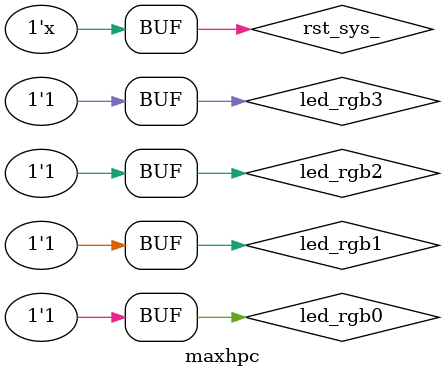
<source format=sv>

`define NOASYNC

`include "../libs/ddr3/ddr3_top.sv"
`include "../libs/uart/uart.sv"

`define ALWAYS(CLOCK,RESET) \
 `ifndef NOASYNC \
  always @(CLOCK, RESET) \
 `else \
  always @(CLOCK) \
 `endif

`define LENGTH(ADR,SIZ,OFS) (((ADR+SIZ-1)>>(OFS))-((ADR)>>(OFS)))

module maxhpc(
 `include "../ecpix5_ports.hv"
);
/* clocks */
 wire sysclk;
 wire ddrclk;

 `ifndef VERILATOR
  wire [3:0] clk_pll;
  wire       pll_locked;
  ecp5pll
  #(
   .in_hz(100000000)
  ,.out0_hz(50000000)
  ,.out1_hz(50000000)
  ,.out1_deg(90)
  ) pll(
   .clk_i(fpga_sysclk)
  ,.clk_o(clk_pll)
  ,.reset(1'b0)
  ,.standby(1'b0)
  ,.phasesel(2'b0)
  ,.phasedir(1'b0) 
  ,.phasestep(1'b0)
  ,.phaseloadreg(1'b0)
  ,.locked(pll_locked)
  );

  assign sysclk = clk_pll[0]; // 50MHz
  assign ddrclk = clk_pll[1]; // 50MHz (90 degree phase shift)
 `else
  assign sysclk = fpga_sysclk;
  assign ddrclk = fpga_sysclk;
 `endif
/**/
/* resets */
 reg rst_;

 assign rst_sys_ = 1'bz;

 reg[1:0] Srst_fpga_, Sgsrn;
 `ALWAYS(posedge sysclk, negedge pll_locked)
  if (!pll_locked) begin
   Srst_fpga_[1:0] <= 2'b00;
   Sgsrn[1:0] <= 2'b00;
   //
   rst_ <= 1'b0;
  end
   else begin
    Srst_fpga_[1:0] <= {Srst_fpga_[0], rst_fpga_};
    Sgsrn[1:0] <= {Sgsrn[0], gsrn};
    //
    rst_ <= Srst_fpga_[1] && Sgsrn[1];
   end
/**/

/* DDR3 */
 reg[31:0] axi4_awaddr;
 reg [7:0] axi4_awlen;
 reg       axi4_awvalid;
 wire      axi4_awready;
 //
 reg[31:0] axi4_wdata;
 reg [3:0] axi4_wstrb;
 reg       axi4_wlast;
 reg       axi4_wvalid;
 wire      axi4_wready;
 //
 reg[31:0] axi4_araddr;
 reg [7:0] axi4_arlen;
 logic     axi4_arvalid;
 wire      axi4_arready;
 //
 wire[31:0] axi4_rdata;
 wire       axi4_rlast;
 wire       axi4_rvalid;
//
wire[31:0] dfi_rddata_w;
wire       dfi_rddata_valid_w;
 ddr3_top ddr3(
 // clocks, reset
  .rst(!rst_)
 ,.clk(sysclk)
 ,
  .ddrclk(ddrclk)
 ,// DDR3
  .ddr3_a    (ddr_a                  )
 ,.ddr3_ba   (ddr_ba                 )
 ,.ddr3_ras_n(ddr_ras_               )
 ,.ddr3_cas_n(ddr_cas_               )
 ,.ddr3_we_n (ddr_we_                )
 ,.ddr3_dm   ({ddr_udm,ddr_ldm}      )
 ,.ddr3_dq   (ddr_d                  )
 ,.ddr3_dqs_p({ddr_udqs_p,ddr_ldqs_p})
 ,.ddr3_clk_p(ddr_ck_p               )
 ,.ddr3_cke  (ddr_cke                )
 ,.ddr3_odt  (ddr_odt                )
 ,// AXI4
  .axi4_awid   ('h0)
 ,.axi4_awaddr (axi4_awaddr)
 ,.axi4_awlen  (axi4_awlen)
 ,.axi4_awburst('h1)
 ,.axi4_awvalid(axi4_awvalid)
 ,.axi4_awready(axi4_awready)
 ,
  .axi4_wdata (axi4_wdata)
 ,.axi4_wstrb (axi4_wstrb)
 ,.axi4_wlast (axi4_wlast)
 ,.axi4_wvalid(axi4_wvalid)
 ,.axi4_wready(axi4_wready)
 ,
  .axi4_bid   ()
 ,.axi4_bresp ()
 ,.axi4_bvalid()
 ,.axi4_bready(1'b1)
 ,
  .axi4_arid   (0)
 ,.axi4_araddr (axi4_araddr)
 ,.axi4_arlen  (axi4_arlen)
 ,.axi4_arburst('h1)
 ,.axi4_arvalid(axi4_arvalid)
 ,.axi4_arready(axi4_arready)
 ,
  .axi4_rid   ()
 ,.axi4_rdata (axi4_rdata)
 ,.axi4_rresp ()
 ,.axi4_rlast (axi4_rlast)
 ,.axi4_rvalid(axi4_rvalid)
 ,.axi4_rready(axi4_rvalid)
 );
/**/

/* UART */
 wire[7:0] rx_byte;
 wire      rx_stb;
 //
 reg[7:0] tx_byte;
 reg      tx_req;
 wire     tx_idle;

 uart #(
  .CLK_HZ(50000000)
 ,.BAUD  (1000000)
 ) uart(
  .rst_(rst_)
 ,.clk(sysclk)
 ,
  .rxd(uart_rxd)
 ,.txd(uart_txd)
 ,
  .rx_byte(rx_byte)
 ,.rx_stb (rx_stb )
 ,
  .tx_byte(tx_byte)
 ,.tx_req (tx_req )
 ,.tx_idle(tx_idle)
 );
/**/

/* Vortex stuff */
 wire       ddcr_wr_valid;
 wire[31:0] dcr_wr_addr;
 wire[31:0] dc_wr_data;

 /* receive */
  enum {RCV_CMD
       ,RCV_CMD_STB
       ,RCV_AXI4_WDATA
       ,RCV_AXI4_WRITE
       ,RCV_DCR_WRITE
       ,RCVST_SIZE} RCVST_ENUM;
  reg[RCVST_SIZE-1:0] rcv_state;
  struct packed{
   reg   [31:0] sizdat;
   reg   [31:0] addr;
   reg[4*8-1:0] opcode;
  } rcv_cmd;
  reg[6:0] rcv_cmdCnt;
  //
  reg[32:0] rcv_wrCnt;
  reg [1:0] rcv_wrPtr;
  `ALWAYS(posedge sysclk, negedge rst_)
   if (!rst_) begin
    axi4_awvalid <= 1'b0;
    axi4_wvalid  <= 1'b0;
    //
    rcv_cmdCnt <= ($bits(rcv_cmd)+7)/8 -2;
    rcv_state <= (1<<RCV_CMD);
   end
    else begin
     if (axi4_awready) begin
      axi4_awvalid <= 1'b0;
      if (axi4_awvalid) begin
       axi4_awaddr <= axi4_awaddr+4;
      end
     end
     if (axi4_wready) begin
      axi4_wvalid <= 1'b0;
      axi4_wstrb <= 4'b1111;
     end
     unique case (rcv_state)
      default: begin // (1<<RCV_CMD)
       if (rx_stb) begin
        rcv_cmd[$bits(rcv_cmd)-1-:8] <= rx_byte;
        rcv_cmd[0+:$bits(rcv_cmd)-8] <= rcv_cmd[$bits(rcv_cmd)-1-:$bits(rcv_cmd)-8];
        //
        if (rcv_cmdCnt[6]) begin
         rcv_state <= (1<<RCV_CMD_STB);
        end
        rcv_cmdCnt <= rcv_cmdCnt-1;
       end
      end
      //
      (1<<RCV_CMD_STB): begin
       rcv_wrCnt <= rcv_cmd.sizdat -2;
       rcv_wrPtr <= rcv_cmd.addr[1:0];
       //
       axi4_awaddr  <= rcv_cmd.addr[31:2]<<2;
       axi4_wstrb  <= 4'b1111<<rcv_cmd.addr[1:0];
       //
       case (rcv_cmd.opcode)
        "ddrW": begin
         rcv_state <= (1<<RCV_AXI4_WDATA);
        end
        //
        "dcrW": begin
         rcv_state <= (1<<RCV_DCR_WRITE);
        end
        //
        default: begin
         rcv_cmdCnt <= ($bits(rcv_cmd)+7)/8 -2;
         rcv_state <= (1<<RCV_CMD);
        end
       endcase
      end
      //
      (1<<RCV_AXI4_WDATA): begin
       if (rx_stb) begin
        rcv_wrCnt <= rcv_wrCnt-1;
        rcv_wrPtr <= rcv_wrPtr+1;
        case (rcv_wrPtr)
         2'h0: begin
          axi4_wdata[0+:8] <= rx_byte;
         end
         2'h1: begin
          axi4_wdata[8+:8] <= rx_byte;
         end
         2'h2: begin
          axi4_wdata[16+:8] <= rx_byte;
         end
         2'h3: begin
          axi4_wdata[24+:8] <= rx_byte;
         end
        endcase
        if ((rcv_wrPtr==3'h3) || rcv_wrCnt[32]) begin
         rcv_state <= (1<<RCV_AXI4_WRITE);
        end
       end
      end
      //
      (1<<RCV_AXI4_WRITE): begin
       axi4_awlen   <= 8'h0;
       axi4_awvalid <= 1'b1;
       //
       axi4_wlast  <= 1'b1;
       axi4_wvalid <= 1'b1;
       //
       rcv_state <= (1<<RCV_AXI4_WDATA);
       rcv_cmdCnt <= ($bits(rcv_cmd)+7)/8 -2;
       if (rcv_wrCnt[32] && !rcv_wrCnt[0]) begin
        axi4_wstrb  <= axi4_wstrb & (4'b1111>>(2'h3 & ~(rcv_cmd.addr[1:0]+rcv_cmd.sizdat[1:0]-1)));
        //
        rcv_state <= (1<<RCV_CMD);
       end
      end
      //
      (1<<RCV_DCR_WRITE): begin
       rcv_cmdCnt <= ($bits(rcv_cmd)+7)/8 -2;
       rcv_state <= (1<<RCV_CMD);
      end
     endcase
    end
 /**/
 /* send */
  enum {SND_IDLE
       ,SND_AXI4_ARVALID
       ,SND_AXI4_RVALID
       ,SND_AXI4_RDATA
       ,SNDST_SIZE} SNDST_ENUM;
  reg[SNDST_SIZE-1:0] snd_state;
   assign axi4_arvalid = snd_state[SND_AXI4_ARVALID];
  reg[31:0] snd_word;
  reg[32:0] snd_byteCnt;
  reg [1:0] snd_axi4rdPtr;
  `ALWAYS(posedge sysclk, negedge rst_)
   if (!rst_) begin
    tx_req <= 1'b0;
    //
    snd_state <= (1<<SND_IDLE);
   end
    else begin
     if (!tx_idle) begin
      tx_req <= 1'b0;
     end
     unique case (snd_state)
      default: begin // (1<<SND_IDLE)
       if (rcv_state[RCV_CMD_STB]) begin
        case (rcv_cmd.opcode)
         "ddrR": begin
          axi4_araddr <= rcv_cmd.addr[31:2]<<2;
          axi4_arlen   <= 8'h0;
          //
          snd_byteCnt <= rcv_cmd.sizdat -2;
          snd_axi4rdPtr <= rcv_cmd.addr[1:0];
          //
          snd_state <= (1<<SND_AXI4_ARVALID);
         end
         //
         default: begin
         end
        endcase
       end
      end
      //
      (1<<SND_AXI4_ARVALID): begin
       if (axi4_arready) begin
        axi4_araddr <= axi4_araddr+4;
        //
        snd_state <= (1<<SND_AXI4_RVALID);
       end
      end
      //
      (1<<SND_AXI4_RVALID): begin
       if (axi4_rvalid) begin
        snd_word <= axi4_rdata>>(8*snd_axi4rdPtr);
        //
        snd_state <= (1<<SND_AXI4_RDATA);
       end
      end
      //
      (1<<SND_AXI4_RDATA): begin
       if (tx_idle && !tx_req) begin
        snd_byteCnt <= snd_byteCnt-1;
        snd_axi4rdPtr <= snd_axi4rdPtr+1;
        //
        tx_byte <= snd_word[0+:8];
        snd_word <= snd_word>>8;
        tx_req <= 1'b1;
        //
        if (snd_axi4rdPtr==3'h3) begin
         snd_state <= (1<<SND_AXI4_ARVALID);
        end
        if (snd_byteCnt[32]) begin
         snd_state <= (1<<SND_IDLE);
        end
       end
      end
     endcase
    end
 /**/

 assign dcr_wr_valid = rcv_state[RCV_DCR_WRITE];
 assign dcr_wr_addr = rcv_cmd.addr;
 assign dcr_wr_data = rcv_cmd.sizdat;
/**/

/* LEDs */
 assign {led_rgb3,led_rgb2,led_rgb1,led_rgb0} = {{3{1'b1}},{3{1'b1}},{3{1'b1}},{3{1'b1}}};
/**/

endmodule
`undef LENGTH
`undef ALWAYS
// vim: foldenable foldmethod=indent shiftwidth=1 foldlevel=0

</source>
